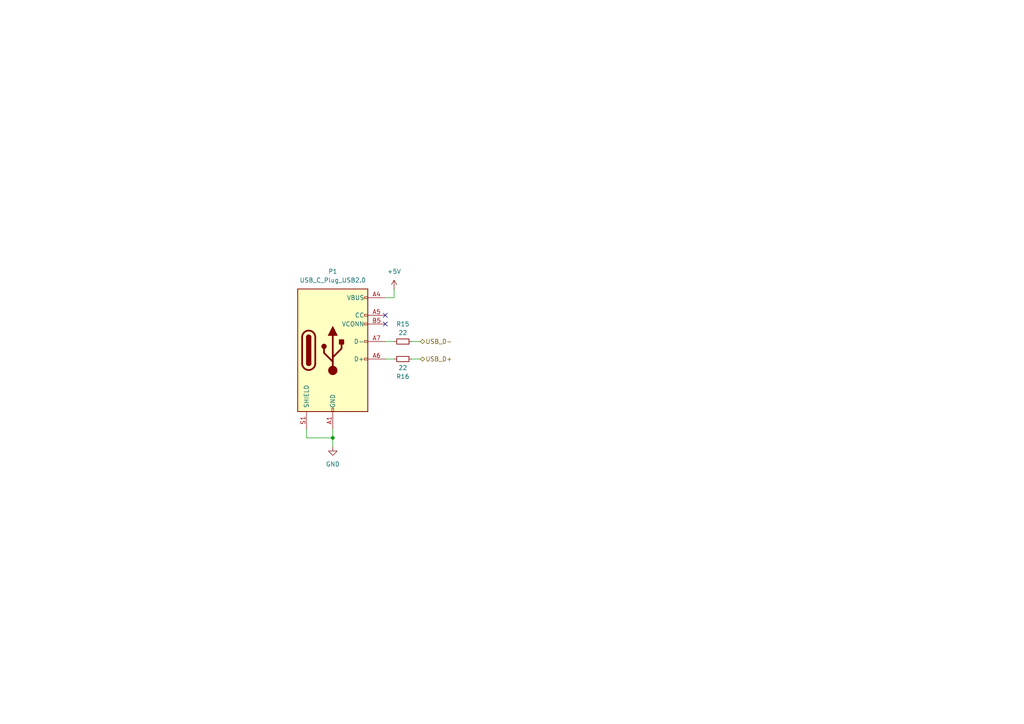
<source format=kicad_sch>
(kicad_sch (version 20231120) (generator "eeschema") (generator_version "8.0")
  (paper "A4")
  (lib_symbols
    (symbol "Connector:USB_C_Plug_USB2.0" (pin_names (offset 1.016))
      (property "Reference" "P" (at -10.16 19.05 0))
      (property "Value" "USB_C_Plug_USB2.0" (at 12.7 19.05 0))
      (symbol "USB_C_Plug_USB2.0_0_0"
        (rectangle (start -0.254 -17.78) (end 0.254 -16.764))
        (rectangle (start 10.16 -2.286) (end 9.144 -2.794))
        (rectangle (start 10.16 2.794) (end 9.144 2.286))
        (rectangle (start 10.16 7.874) (end 9.144 7.366))
        (rectangle (start 10.16 10.414) (end 9.144 9.906))
        (rectangle (start 10.16 15.494) (end 9.144 14.986))
      )
      (symbol "USB_C_Plug_USB2.0_0_1"
        (rectangle (start -10.16 17.78) (end 10.16 -17.78) (stroke (width 0.254)) (fill (type background)))
        (arc (start -8.89 -3.81) (mid -6.985 -5.7067) (end -5.08 -3.81) (stroke (width 0.508)))
        (arc (start -7.62 -3.81) (mid -6.985 -4.4423) (end -6.35 -3.81) (stroke (width 0.254)))
        (arc (start -7.62 -3.81) (mid -6.985 -4.4423) (end -6.35 -3.81) (stroke (width 0.254)) (fill (type outline)))
        (rectangle (start -7.62 -3.81) (end -6.35 3.81) (stroke (width 0.254)) (fill (type outline)))
        (arc (start -6.35 3.81) (mid -6.985 4.4423) (end -7.62 3.81) (stroke (width 0.254)))
        (arc (start -6.35 3.81) (mid -6.985 4.4423) (end -7.62 3.81) (stroke (width 0.254)) (fill (type outline)))
        (arc (start -5.08 3.81) (mid -6.985 5.7067) (end -8.89 3.81) (stroke (width 0.508)))
        (circle (center -2.54 1.143) (radius 0.635) (stroke (width 0.254)) (fill (type outline)))
        (circle (center 0 -5.842) (radius 1.27) (fill (type outline)))
        (polyline (pts (xy -8.89 -3.81) (xy -8.89 3.81)) (stroke (width 0.508)))
        (polyline (pts (xy -5.08 3.81) (xy -5.08 -3.81)) (stroke (width 0.508)))
        (polyline (pts (xy 0 -5.842) (xy 0 4.318)) (stroke (width 0.508)))
        (polyline (pts (xy 0 -3.302) (xy -2.54 -0.762) (xy -2.54 0.508)) (stroke (width 0.508)))
        (polyline (pts (xy 0 -2.032) (xy 2.54 0.508) (xy 2.54 1.778)) (stroke (width 0.508)))
        (polyline (pts (xy -1.27 4.318) (xy 0 6.858) (xy 1.27 4.318) (xy -1.27 4.318)) (stroke (width 0.254)) (fill (type outline)))
        (rectangle (start 1.905 1.778) (end 3.175 3.048) (stroke (width 0.254)) (fill (type outline)))
      )
      (symbol "USB_C_Plug_USB2.0_1_1"
        (pin passive line (at 0 -22.86 90) (length 5.08) (name "GND") (number "A1"))
        (pin passive line (at 0 -22.86 90) (length 5.08) hide (name "GND") (number "A12"))
        (pin passive line (at 15.24 15.24 180) (length 5.08) (name "VBUS") (number "A4"))
        (pin bidirectional line (at 15.24 10.16 180) (length 5.08) (name "CC") (number "A5"))
        (pin bidirectional line (at 15.24 -2.54 180) (length 5.08) (name "D+") (number "A6"))
        (pin bidirectional line (at 15.24 2.54 180) (length 5.08) (name "D-") (number "A7"))
        (pin passive line (at 15.24 15.24 180) (length 5.08) hide (name "VBUS") (number "A9"))
        (pin passive line (at 0 -22.86 90) (length 5.08) hide (name "GND") (number "B1"))
        (pin passive line (at 0 -22.86 90) (length 5.08) hide (name "GND") (number "B12"))
        (pin passive line (at 15.24 15.24 180) (length 5.08) hide (name "VBUS") (number "B4"))
        (pin bidirectional line (at 15.24 7.62 180) (length 5.08) (name "VCONN") (number "B5"))
        (pin passive line (at 15.24 15.24 180) (length 5.08) hide (name "VBUS") (number "B9"))
        (pin passive line (at -7.62 -22.86 90) (length 5.08) (name "SHIELD") (number "S1"))
      )
    )
    (symbol "Device:R_Small" (pin_numbers hide) (pin_names (offset 0.254) hide)
      (property "Reference" "R" (at 0.762 0.508 0))
      (property "Value" "R_Small" (at 0.762 -1.016 0))
      (symbol "R_Small_0_1"
        (rectangle (start -0.762 1.778) (end 0.762 -1.778) (stroke (width 0.2032)))
      )
      (symbol "R_Small_1_1"
        (pin passive line (at 0 2.54 270) (length 0.762) (name "~") (number "1"))
        (pin passive line (at 0 -2.54 90) (length 0.762) (name "~") (number "2"))
      )
    )
    (symbol "power:+5V" (power) (pin_numbers hide) (pin_names (offset 0) hide)
      (property "Value" "+5V" (at 0 3.556 0))
      (symbol "+5V_0_1"
        (polyline (pts (xy -0.762 1.27) (xy 0 2.54)))
        (polyline (pts (xy 0 0) (xy 0 2.54)))
        (polyline (pts (xy 0 2.54) (xy 0.762 1.27)))
      )
      (symbol "+5V_1_1"
        (pin power_in line (at 0 0 90) (length 0) (name "~") (number "1"))
      )
    )
    (symbol "power:GND" (power) (pin_numbers hide) (pin_names (offset 0) hide)
      (property "Value" "GND" (at 0 -3.81 0))
      (symbol "GND_0_1"
        (polyline (pts (xy 0 0) (xy 0 -1.27) (xy 1.27 -1.27) (xy 0 -2.54) (xy -1.27 -1.27) (xy 0 -1.27)))
      )
      (symbol "GND_1_1"
        (pin power_in line (at 0 0 270) (length 0) (name "~") (number "1"))
      )
    )
  )
  (junction (at 96.52 127))
  (no_connect (at 111.76 93.98))
  (no_connect (at 111.76 91.44))
  (wire (pts (xy 111.76 104.14) (xy 114.3 104.14)))
  (wire (pts (xy 111.76 99.06) (xy 114.3 99.06)))
  (wire (pts (xy 88.9 124.46) (xy 88.9 127)))
  (wire (pts (xy 111.76 86.36) (xy 114.3 86.36)))
  (wire (pts (xy 96.52 127) (xy 96.52 129.54)))
  (wire (pts (xy 88.9 127) (xy 96.52 127)))
  (wire (pts (xy 96.52 124.46) (xy 96.52 127)))
  (wire (pts (xy 119.38 104.14) (xy 121.92 104.14)))
  (wire (pts (xy 119.38 99.06) (xy 121.92 99.06)))
  (wire (pts (xy 114.3 83.82) (xy 114.3 86.36)))
  (hierarchical_label "USB_D-" (shape bidirectional) (at 121.92 99.06 0))
  (hierarchical_label "USB_D+" (shape bidirectional) (at 121.92 104.14 0))
  (symbol (lib_id "power:GND") (at 96.52 129.54 0) (unit 1)
    (property "Reference" "#PWR045" (effects (hide yes)))
    (property "Value" "GND" (at 96.52 134.62 0))
    (property "Description" "Power symbol creates a global label with name \"GND\" , ground" (effects (hide yes)))
  )
  (symbol (lib_id "Connector:USB_C_Plug_USB2.0") (at 96.52 101.6 0) (unit 1)
    (property "Reference" "P1" (at 96.52 78.74 0))
    (property "Value" "USB_C_Plug_USB2.0" (at 96.52 81.28 0))
    (property "Datasheet" "https://www.usb.org/sites/default/files/documents/usb_type-c.zip" (effects (hide yes)))
    (property "Description" "USB 2.0-only Type-C Plug connector" (effects (hide yes)))
  )
  (symbol (lib_id "Device:R_Small") (at 116.84 104.14 270) (unit 1)
    (property "Reference" "R16" (at 116.84 109.22 90))
    (property "Value" "22" (at 116.84 106.68 90))
    (property "Description" "Resistor, small symbol" (effects (hide yes)))
  )
  (symbol (lib_id "Device:R_Small") (at 116.84 99.06 90) (unit 1)
    (property "Reference" "R15" (at 116.84 93.98 90))
    (property "Value" "22" (at 116.84 96.52 90))
    (property "Description" "Resistor, small symbol" (effects (hide yes)))
  )
  (symbol (lib_id "power:+5V") (at 114.3 83.82 0) (unit 1)
    (property "Reference" "#PWR046" (effects (hide yes)))
    (property "Value" "+5V" (at 114.3 78.74 0))
    (property "Description" "Power symbol creates a global label with name \"+5V\"" (effects (hide yes)))
  )
)
</source>
